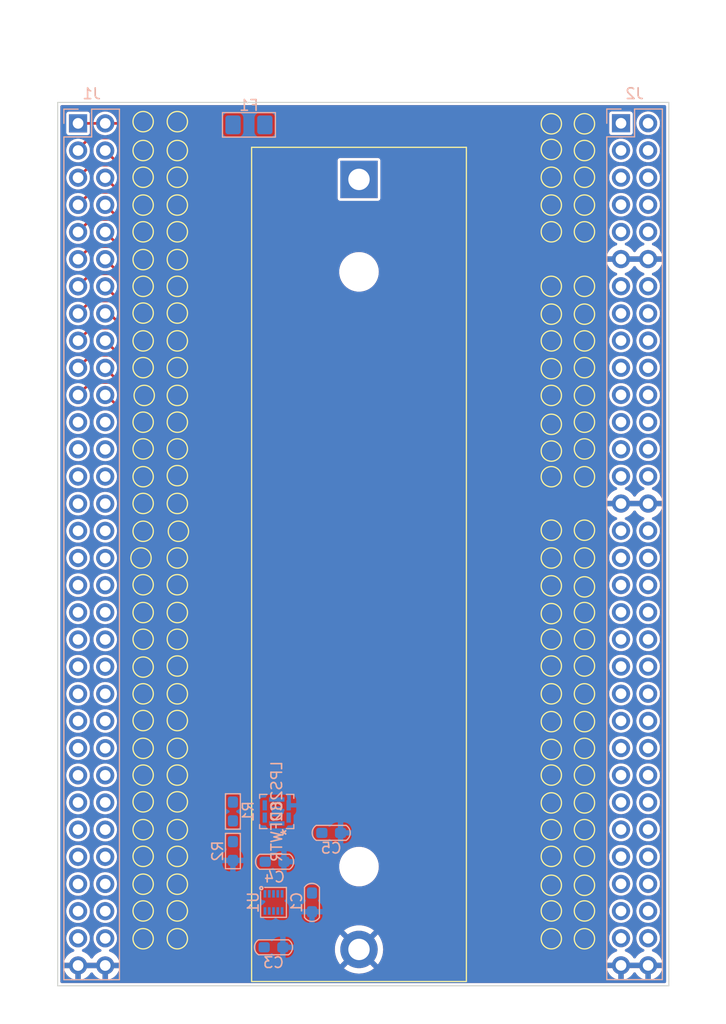
<source format=kicad_pcb>
(kicad_pcb (version 20211014) (generator pcbnew)
  (layers (0 "F.Cu" signal) (31 "B.Cu" signal) (34 "B.Paste" user) (35 "F.Paste" user) (36 "B.SilkS" user "B.Silkscreen") (37 "F.SilkS" user "F.Silkscreen") (38 "B.Mask" user) (39 "F.Mask" user) (44 "Edge.Cuts" user))
  (net 0 "")
  (net 1 "Net-(C1-Pad1)")
  (net 2 "GND")
  (net 3 "Net-(BT1-Pad1)")
  (net 4 "/GPIO_PE6")
  (net 5 "/GPIO_PC13")
  (net 6 "/GPIO_PE4")
  (net 7 "/GPIO_PE5")
  (net 8 "/GPIO_PE2")
  (net 9 "/GPIO_PE3")
  (net 10 "+3V0")
  (net 11 "/GPIO_PB7")
  (net 12 "/GPIO_PB4")
  (net 13 "/GPIO_PG9")
  (net 14 "/GPIO_PD7")
  (net 15 "/GPIO_PD5")
  (net 16 "/GPIO_PD4")
  (net 17 "/GPIO_PD2")
  (net 18 "/GPIO_PC12")
  (net 19 "/GPIO_PC11")
  (net 20 "/SDA")
  (net 21 "/SCL")
  (net 22 "/GPIO_PC8")
  (net 23 "VDD")
  (net 24 "+5V")
  (net 25 "/I2C_EXT_RST")
  (net 26 "/GPIO_PF6")
  (net 27 "/GPIO_PA5")
  (net 28 "/GPIO_PG3")
  (net 29 "/GPIO_PG2")
  (net 30 "Net-(C2-Pad2)")
  (net 35 "/INT_DRDY")
  (net 36 "Net-(J1-Pad3)")
  (net 37 "Net-(J1-Pad4)")
  (net 38 "Net-(J1-Pad5)")
  (net 39 "Net-(J1-Pad6)")
  (net 40 "Net-(J1-Pad7)")
  (net 41 "Net-(J1-Pad8)")
  (net 42 "Net-(J1-Pad9)")
  (net 43 "Net-(J1-Pad10)")
  (net 44 "Net-(J1-Pad17)")
  (net 45 "Net-(J1-Pad18)")
  (net 46 "Net-(J1-Pad19)")
  (net 47 "Net-(J1-Pad20)")
  (net 48 "Net-(J1-Pad21)")
  (net 49 "Net-(J1-Pad23)")
  (net 50 "Net-(J1-Pad26)")
  (net 51 "Net-(J1-Pad27)")
  (net 52 "Net-(J1-Pad28)")
  (net 53 "Net-(J1-Pad29)")
  (net 54 "Net-(J1-Pad31)")
  (net 55 "Net-(J1-Pad32)")
  (net 56 "Net-(J1-Pad34)")
  (net 57 "Net-(J1-Pad36)")
  (net 58 "Net-(J1-Pad39)")
  (net 59 "Net-(J1-Pad41)")
  (net 60 "Net-(J1-Pad42)")
  (net 61 "Net-(J1-Pad45)")
  (net 62 "Net-(J1-Pad46)")
  (net 63 "Net-(J1-Pad47)")
  (net 64 "Net-(J1-Pad48)")
  (net 65 "Net-(J1-Pad49)")
  (net 66 "Net-(J1-Pad50)")
  (net 67 "Net-(J1-Pad51)")
  (net 68 "Net-(J1-Pad52)")
  (net 69 "Net-(J1-Pad56)")
  (net 70 "Net-(J1-Pad57)")
  (net 71 "Net-(J1-Pad58)")
  (net 72 "Net-(J1-Pad59)")
  (net 73 "Net-(J1-Pad60)")
  (net 74 "Net-(J1-Pad61)")
  (net 75 "Net-(J1-Pad62)")
  (net 76 "Net-(J2-Pad4)")
  (net 77 "Net-(J2-Pad5)")
  (net 78 "Net-(J2-Pad6)")
  (net 79 "Net-(J2-Pad7)")
  (net 80 "Net-(J2-Pad8)")
  (net 81 "Net-(J2-Pad9)")
  (net 82 "Net-(J2-Pad10)")
  (net 83 "Net-(J2-Pad13)")
  (net 84 "Net-(J2-Pad14)")
  (net 85 "Net-(J2-Pad15)")
  (net 86 "Net-(J2-Pad16)")
  (net 87 "Net-(J2-Pad17)")
  (net 88 "Net-(J2-Pad18)")
  (net 89 "Net-(J2-Pad19)")
  (net 90 "Net-(J2-Pad20)")
  (net 91 "Net-(J2-Pad22)")
  (net 92 "Net-(J2-Pad24)")
  (net 93 "Net-(J2-Pad25)")
  (net 94 "Net-(J2-Pad26)")
  (net 95 "Net-(J2-Pad27)")
  (net 96 "Net-(J2-Pad28)")
  (net 97 "Net-(J2-Pad31)")
  (net 98 "Net-(J2-Pad32)")
  (net 99 "Net-(J2-Pad33)")
  (net 100 "Net-(J2-Pad34)")
  (net 101 "Net-(J2-Pad35)")
  (net 102 "Net-(J2-Pad36)")
  (net 103 "Net-(J2-Pad37)")
  (net 104 "Net-(J2-Pad38)")
  (net 105 "Net-(J2-Pad39)")
  (net 106 "Net-(J2-Pad40)")
  (net 107 "Net-(J2-Pad41)")
  (net 108 "Net-(J2-Pad42)")
  (net 109 "Net-(J2-Pad43)")
  (net 110 "Net-(J2-Pad44)")
  (net 111 "Net-(J2-Pad45)")
  (net 112 "Net-(J2-Pad46)")
  (net 113 "Net-(J2-Pad47)")
  (net 114 "Net-(J2-Pad48)")
  (net 115 "Net-(J2-Pad49)")
  (net 116 "Net-(J2-Pad50)")
  (net 117 "Net-(J2-Pad51)")
  (net 118 "Net-(J2-Pad52)")
  (net 119 "Net-(J2-Pad53)")
  (net 120 "Net-(J2-Pad54)")
  (net 121 "Net-(J2-Pad55)")
  (net 122 "Net-(J2-Pad56)")
  (net 123 "Net-(J2-Pad57)")
  (net 124 "Net-(J2-Pad58)")
  (net 125 "Net-(J2-Pad59)")
  (net 126 "Net-(J2-Pad60)")
  (net 127 "Net-(J1-Pad30)")
  (footprint "TestPoint:TestPoint_Pad_D1.5mm" (layer "F.Cu") (at 113.4 83.4 90)
    (fp_text reference "TP41" hide)
    (fp_text value "TestPoint" hide)
  )
  (footprint "TestPoint:TestPoint_Pad_D1.5mm" (layer "F.Cu") (at 151.5 111.3 90)
    (fp_text reference "TP108" hide)
    (fp_text value "TestPoint" hide)
  )
  (footprint "TestPoint:TestPoint_Pad_D1.5mm" (layer "F.Cu") (at 110.2 119 90)
    (fp_text reference "TP24" hide)
    (fp_text value "TestPoint" hide)
  )
  (footprint "TestPoint:TestPoint_Pad_D1.5mm" (layer "F.Cu") (at 113.4 121.5 90)
    (fp_text reference "TP25" hide)
    (fp_text value "TestPoint" hide)
  )
  (footprint "TestPoint:TestPoint_Pad_D1.5mm" (layer "F.Cu") (at 110.2 75.8 90)
    (fp_text reference "TP7" hide)
    (fp_text value "TestPoint" hide)
  )
  (footprint "TestPoint:TestPoint_Pad_D1.5mm" (layer "F.Cu") (at 148.4 134.2 90)
    (fp_text reference "TP88" hide)
    (fp_text value "TestPoint" hide)
  )
  (footprint "TestPoint:TestPoint_Pad_D1.5mm" (layer "F.Cu") (at 110.2 98.7 90)
    (fp_text reference "TP45" hide)
    (fp_text value "TestPoint" hide)
  )
  (footprint "TestPoint:TestPoint_Pad_D1.5mm" (layer "F.Cu") (at 113.4 91 90)
    (fp_text reference "TP43" hide)
    (fp_text value "TestPoint" hide)
  )
  (footprint "TestPoint:TestPoint_Pad_D1.5mm" (layer "F.Cu") (at 110.2 63.1)
    (fp_text reference "TP2" hide)
    (fp_text value "TestPoint" hide)
  )
  (footprint "TestPoint:TestPoint_Pad_D1.5mm" (layer "F.Cu") (at 148.4 106.4 90)
    (fp_text reference "TP77" hide)
    (fp_text value "TestPoint" hide)
  )
  (footprint "TestPoint:TestPoint_Pad_D1.5mm" (layer "F.Cu") (at 113.4 60.4)
    (fp_text reference "TP32" hide)
    (fp_text value "TestPoint" hide)
  )
  (footprint "TestPoint:TestPoint_Pad_D1.5mm" (layer "F.Cu") (at 113.4 106.3 90)
    (fp_text reference "TP48" hide)
    (fp_text value "TestPoint" hide)
  )
  (footprint "TestPoint:TestPoint_Pad_D1.5mm" (layer "F.Cu") (at 110.2 108.8 90)
    (fp_text reference "TP20" hide)
    (fp_text value "TestPoint" hide)
  )
  (footprint "TestPoint:TestPoint_Pad_D1.5mm" (layer "F.Cu") (at 110.2 83.4 90)
    (fp_text reference "TP10" hide)
    (fp_text value "TestPoint" hide)
  )
  (footprint "TestPoint:TestPoint_Pad_D1.5mm" (layer "F.Cu") (at 110.2 113.9 90)
    (fp_text reference "TP22" hide)
    (fp_text value "TestPoint" hide)
  )
  (footprint "TestPoint:TestPoint_Pad_D1.5mm" (layer "F.Cu") (at 110.2 131.7 90)
    (fp_text reference "TP29" hide)
    (fp_text value "TestPoint" hide)
  )
  (footprint "TestPoint:TestPoint_Pad_D1.5mm" (layer "F.Cu") (at 110.2 96.1 90)
    (fp_text reference "TP15" hide)
    (fp_text value "TestPoint" hide)
  )
  (footprint "TestPoint:TestPoint_Pad_D1.5mm" (layer "F.Cu") (at 148.4 98.6 90)
    (fp_text reference "TP74" hide)
    (fp_text value "TestPoint" hide)
  )
  (footprint "TestPoint:TestPoint_Pad_D1.5mm" (layer "F.Cu") (at 113.4 129.1 90)
    (fp_text reference "TP57" hide)
    (fp_text value "TestPoint" hide)
  )
  (footprint "TestPoint:TestPoint_Pad_D1.5mm" (layer "F.Cu") (at 110.2 93.6 90)
    (fp_text reference "TP14" hide)
    (fp_text value "TestPoint" hide)
  )
  (footprint "TestPoint:TestPoint_Pad_D1.5mm" (layer "F.Cu") (at 148.4 93.6 90)
    (fp_text reference "TP73" hide)
    (fp_text value "TestPoint" hide)
  )
  (footprint "TestPoint:TestPoint_Pad_D1.5mm" (layer "F.Cu") (at 113.4 103.7 90)
    (fp_text reference "TP18" hide)
    (fp_text value "TestPoint" hide)
  )
  (footprint "TestPoint:TestPoint_Pad_D1.5mm" (layer "F.Cu") (at 110.2 65.6)
    (fp_text reference "TP3" hide)
    (fp_text value "TestPoint" hide)
  )
  (footprint "TestPoint:TestPoint_Pad_D1.5mm" (layer "F.Cu") (at 148.4 86 90)
    (fp_text reference "TP70" hide)
    (fp_text value "TestPoint" hide)
  )
  (footprint "TestPoint:TestPoint_Pad_D1.5mm" (layer "F.Cu") (at 110.2 88.5 90)
    (fp_text reference "TP12" hide)
    (fp_text value "TestPoint" hide)
  )
  (footprint "TestPoint:TestPoint_Pad_D1.5mm" (layer "F.Cu") (at 151.5 126.6)
    (fp_text reference "TP114" hide)
    (fp_text value "TestPoint" hide)
  )
  (footprint "TestPoint:TestPoint_Pad_D1.5mm" (layer "F.Cu") (at 110.2 116.4)
    (fp_text reference "TP23" hide)
    (fp_text value "TestPoint" hide)
  )
  (footprint "TestPoint:TestPoint_Pad_D1.5mm" (layer "F.Cu") (at 113.4 116.4 90)
    (fp_text reference "TP52" hide)
    (fp_text value "TestPoint" hide)
  )
  (footprint "TestPoint:TestPoint_Pad_D1.5mm" (layer "F.Cu") (at 113.4 68.2 90)
    (fp_text reference "TP35" hide)
    (fp_text value "TestPoint" hide)
  )
  (footprint "TestPoint:TestPoint_Pad_D1.5mm" (layer "F.Cu") (at 148.4 88.7 90)
    (fp_text reference "TP71" hide)
    (fp_text value "TestPoint" hide)
  )
  (footprint "TestPoint:TestPoint_Pad_D1.5mm" (layer "F.Cu") (at 151.5 124.1 90)
    (fp_text reference "TP113" hide)
    (fp_text value "TestPoint" hide)
  )
  (footprint "TestPoint:TestPoint_Pad_D1.5mm" (layer "F.Cu") (at 148.4 126.6 90)
    (fp_text reference "TP85" hide)
    (fp_text value "TestPoint" hide)
  )
  (footprint "TestPoint:TestPoint_Pad_D1.5mm" (layer "F.Cu") (at 110.2 111.4 90)
    (fp_text reference "TP21" hide)
    (fp_text value "TestPoint" hide)
  )
  (footprint "TestPoint:TestPoint_Pad_D1.5mm" (layer "F.Cu") (at 113.4 63.1 90)
    (fp_text reference "TP33" hide)
    (fp_text value "TestPoint" hide)
  )
  (footprint "TestPoint:TestPoint_Pad_D1.5mm" (layer "F.Cu") (at 113.4 119)
    (fp_text reference "TP53" hide)
    (fp_text value "TestPoint" hide)
  )
  (footprint "TestPoint:TestPoint_Pad_D1.5mm" (layer "F.Cu") (at 110.2 136.8 90)
    (fp_text reference "TP31" hide)
    (fp_text value "TestPoint" hide)
  )
  (footprint "TestPoint:TestPoint_Pad_D1.5mm" (layer "F.Cu") (at 151.5 113.9)
    (fp_text reference "TP109" hide)
    (fp_text value "TestPoint" hide)
  )
  (footprint "TestPoint:TestPoint_Pad_D1.5mm" (layer "F.Cu") (at 151.5 86 90)
    (fp_text reference "TP99" hide)
    (fp_text value "TestPoint" hide)
  )
  (footprint "TestPoint:TestPoint_Pad_D1.5mm" (layer "F.Cu") (at 110.2 103.7 90)
    (fp_text reference "TP47" hide)
    (fp_text value "TestPoint" hide)
  )
  (footprint "TestPoint:TestPoint_Pad_D1.5mm" (layer "F.Cu") (at 151.5 83.4 90)
    (fp_text reference "TP98" hide)
    (fp_text value "TestPoint" hide)
  )
  (footprint "TestPoint:TestPoint_Pad_D1.5mm" (layer "F.Cu") (at 113.4 134.2 90)
    (fp_text reference "TP59" hide)
    (fp_text value "TestPoint" hide)
  )
  (footprint "TestPoint:TestPoint_Pad_D1.5mm" (layer "F.Cu") (at 151.5 108.8)
    (fp_text reference "TP107" hide)
    (fp_text value "TestPoint" hide)
  )
  (footprint "TestPoint:TestPoint_Pad_D1.5mm" (layer "F.Cu") (at 148.4 91.2 90)
    (fp_text reference "TP72" hide)
    (fp_text value "TestPoint" hide)
  )
  (footprint "TestPoint:TestPoint_Pad_D1.5mm" (layer "F.Cu") (at 113.4 65.6)
    (fp_text reference "TP34" hide)
    (fp_text value "TestPoint" hide)
  )
  (footprint "TestPoint:TestPoint_Pad_D1.5mm" (layer "F.Cu") (at 148.4 70.7 90)
    (fp_text reference "TP65" hide)
    (fp_text value "TestPoint" hide)
  )
  (footprint "TestPoint:TestPoint_Pad_D1.5mm" (layer "F.Cu") (at 110.2 78.3)
    (fp_text reference "TP8" hide)
    (fp_text value "TestPoint" hide)
  )
  (footprint "TestPoint:TestPoint_Pad_D1.5mm" (layer "F.Cu") (at 151.5 70.7 90)
    (fp_text reference "TP94" hide)
    (fp_text value "TestPoint" hide)
  )
  (footprint "TestPoint:TestPoint_Pad_D1.5mm" (layer "F.Cu") (at 148.4 108.8 90)
    (fp_text reference "TP78" hide)
    (fp_text value "TestPoint" hide)
  )
  (footprint "TestPoint:TestPoint_Pad_D1.5mm" (layer "F.Cu") (at 148.4 113.9)
    (fp_text reference "TP80" hide)
    (fp_text value "TestPoint" hide)
  )
  (footprint "TestPoint:TestPoint_Pad_D1.5mm" (layer "F.Cu") (at 148.4 80.9 90)
    (fp_text reference "TP68" hide)
    (fp_text value "TestPoint" hide)
  )
  (footprint "TestPoint:TestPoint_Pad_D1.5mm" (layer "F.Cu") (at 110.2 106.3)
    (fp_text reference "TP19" hide)
    (fp_text value "TestPoint" hide)
  )
  (footprint "TestPoint:TestPoint_Pad_D1.5mm" (layer "F.Cu") (at 148.4 101.2)
    (fp_text reference "TP75" hide)
    (fp_text value "TestPoint" hide)
  )
  (footprint "TestPoint:TestPoint_Pad_D1.5mm" (layer "F.Cu") (at 113.4 96.1)
    (fp_text reference "TP119" hide)
    (fp_text value "TestPoint" hide)
  )
  (footprint "TestPoint:TestPoint_Pad_D1.5mm" (layer "F.Cu") (at 113.4 75.8 90)
    (fp_text reference "TP38" hide)
    (fp_text value "TestPoint" hide)
  )
  (footprint "TestPoint:TestPoint_Pad_D1.5mm" (layer "F.Cu") (at 151.5 103.9 90)
    (fp_text reference "TP105" hide)
    (fp_text value "TestPoint" hide)
  )
  (footprint "TestPoint:TestPoint_Pad_D1.5mm" (layer "F.Cu") (at 148.4 78.4 90)
    (fp_text reference "TP67" hide)
    (fp_text value "TestPoint" hide)
  )
  (footprint "TestPoint:TestPoint_Pad_D1.5mm" (layer "F.Cu") (at 148.4 63 90)
    (fp_text reference "TP62" hide)
    (fp_text value "TestPoint" hide)
  )
  (footprint "TestPoint:TestPoint_Pad_D1.5mm" (layer "F.Cu") (at 148.4 75.8 90)
    (fp_text reference "TP66" hide)
    (fp_text value "TestPoint" hide)
  )
  (footprint "TestPoint:TestPoint_Pad_D1.5mm" (layer "F.Cu") (at 148.4 111.3 90)
    (fp_text reference "TP79" hide)
    (fp_text value "TestPoint" hide)
  )
  (footprint "TestPoint:TestPoint_Pad_D1.5mm" (layer "F.Cu") (at 148.4 129.1)
    (fp_text reference "TP86" hide)
    (fp_text value "TestPoint" hide)
  )
  (footprint "TestPoint:TestPoint_Pad_D1.5mm" (layer "F.Cu") (at 151.5 63.1 90)
    (fp_text reference "TP91" hide)
    (fp_text value "TestPoint" hide)
  )
  (footprint "TestPoint:TestPoint_Pad_D1.5mm" (layer "F.Cu") (at 113.4 126.6 90)
    (fp_text reference "TP56" hide)
    (fp_text value "TestPoint" hide)
  )
  (footprint "TestPoint:TestPoint_Pad_D1.5mm" (layer "F.Cu") (at 113.4 88.5 90)
    (fp_text reference "TP42" hide)
    (fp_text value "TestPoint" hide)
  )
  (footprint "TestPoint:TestPoint_Pad_D1.5mm" (layer "F.Cu") (at 113.4 78.3)
    (fp_text reference "TP39" hide)
    (fp_text value "TestPoint" hide)
  )
  (footprint "TestPoint:TestPoint_Pad_D1.5mm" (layer "F.Cu") (at 148.4 124.1 90)
    (fp_text reference "TP84" hide)
    (fp_text value "TestPoint" hide)
  )
  (footprint "TestPoint:TestPoint_Pad_D1.5mm" (layer "F.Cu") (at 148.4 65.6 90)
    (fp_text reference "TP63" hide)
    (fp_text value "TestPoint" hide)
  )
  (footprint "TestPoint:TestPoint_Pad_D1.5mm" (layer "F.Cu") (at 151.5 80.9 90)
    (fp_text reference "TP97" hide)
    (fp_text value "TestPoint" hide)
  )
  (footprint "TestPoint:TestPoint_Pad_D1.5mm" (layer "F.Cu") (at 148.4 116.5 90)
    (fp_text reference "TP81" hide)
    (fp_text value "TestPoint" hide)
  )
  (footprint "TestPoint:TestPoint_Pad_D1.5mm" (layer "F.Cu") (at 151.5 106.3)
    (fp_text reference "TP106" hide)
    (fp_text value "TestPoint" hide)
  )
  (footprint "TestPoint:TestPoint_Pad_D1.5mm" (layer "F.Cu") (at 110.2 121.5)
    (fp_text reference "TP54" hide)
    (fp_text value "TestPoint" hide)
  )
  (footprint "TestPoint:TestPoint_Pad_D1.5mm" (layer "F.Cu") (at 110.2 68.2)
    (fp_text reference "TP4" hide)
    (fp_text value "TestPoint" hide)
  )
  (footprint "TestPoint:TestPoint_Pad_D1.5mm" (layer "F.Cu") (at 151.5 75.8 90)
    (fp_text reference "TP95" hide)
    (fp_text value "TestPoint" hide)
  )
  (footprint "TestPoint:TestPoint_Pad_D1.5mm" (layer "F.Cu") (at 113.4 136.8)
    (fp_text reference "TP60" hide)
    (fp_text value "TestPoint" hide)
  )
  (footprint "TestPoint:TestPoint_Pad_D1.5mm" (layer "F.Cu") (at 148.4 68.2 90)
    (fp_text reference "TP64" hide)
    (fp_text value "TestPoint" hide)
  )
  (footprint "TestPoint:TestPoint_Pad_D1.5mm" (layer "F.Cu") (at 148.4 60.6)
    (fp_text reference "TP90" hide)
    (fp_text value "TestPoint" hide)
  )
  (footprint "TestPoint:TestPoint_Pad_D1.5mm" (layer "F.Cu") (at 110.2 70.7)
    (fp_text reference "TP5" hide)
    (fp_text value "TestPoint" hide)
  )
  (footprint "TestPoint:TestPoint_Pad_D1.5mm" (layer "F.Cu") (at 113.4 111.3 90)
    (fp_text reference "TP50" hide)
    (fp_text value "TestPoint" hide)
  )
  (footprint "TestPoint:TestPoint_Pad_D1.5mm" (layer "F.Cu") (at 110.2 126.6 90)
    (fp_text reference "TP27" hide)
    (fp_text value "TestPoint" hide)
  )
  (footprint "TestPoint:TestPoint_Pad_D1.5mm" (layer "F.Cu") (at 110 101.2)
    (fp_text reference "TP17" hide)
    (fp_text value "TestPoint" hide)
  )
  (footprint "TestPoint:TestPoint_Pad_D1.5mm" (layer "F.Cu") (at 148.4 121.5 90)
    (fp_text reference "TP83" hide)
    (fp_text value "TestPoint" hide)
  )
  (footprint "TestPoint:TestPoint_Pad_D1.5mm" (layer "F.Cu") (at 151.5 78.4 90)
    (fp_text reference "TP96" hide)
    (fp_text value "TestPoint" hide)
  )
  (footprint "TestPoint:TestPoint_Pad_D1.5mm" (layer "F.Cu") (at 113.4 93.5)
    (fp_text reference "TP44" hide)
    (fp_text value "TestPoint" hide)
  )
  (footprint "TestPoint:TestPoint_Pad_D1.5mm" (layer "F.Cu") (at 113.4 80.9 90)
    (fp_text reference "TP40" hide)
    (fp_text value "TestPoint" hide)
  )
  (footprint "TestPoint:TestPoint_Pad_D1.5mm" (layer "F.Cu") (at 151.5 119 90)
    (fp_text reference "TP111" hide)
    (fp_text value "TestPoint" hide)
  )
  (footprint "TestPoint:TestPoint_Pad_D1.5mm" (layer "F.Cu") (at 151.5 93.6 90)
    (fp_text reference "TP102" hide)
    (fp_text value "TestPoint" hide)
  )
  (footprint "TestPoint:TestPoint_Pad_D1.5mm" (layer "F.Cu") (at 148.4 131.8 90)
    (fp_text reference "TP87" hide)
    (fp_text value "TestPoint" hide)
  )
  (footprint "TestPoint:TestPoint_Pad_D1.5mm" (layer "F.Cu") (at 151.5 121.5 90)
    (fp_text reference "TP112" hide)
    (fp_text value "TestPoint" hide)
  )
  (footprint "TestPoint:TestPoint_Pad_D1.5mm" (layer "F.Cu") (at 113.5 98.7 90)
    (fp_text reference "TP16" hide)
    (fp_text value "TestPoint" hide)
  )
  (footprint "TestPoint:TestPoint_Pad_D1.5mm" (layer "F.Cu") (at 110.3 86 90)
    (fp_text reference "TP11" hide)
    (fp_text value "TestPoint" hide)
  )
  (footprint "TestPoint:TestPoint_Pad_D1.5mm" (layer "F.Cu") (at 151.5 98.6 90)
    (fp_text reference "TP103" hide)
    (fp_text value "TestPoint" hide)
  )
  (footprint "TestPoint:TestPoint_Pad_D1.5mm" (layer "F.Cu") (at 151.5 116.5 90)
    (fp_text reference "TP110" hide)
    (fp_text value "TestPoint" hide)
  )
  (footprint "TestPoint:TestPoint_Pad_D1.5mm" (layer "F.Cu") (at 151.5 88.5 90)
    (fp_text reference "TP100" hide)
    (fp_text value "TestPoint" hide)
  )
  (footprint "TestPoint:TestPoint_Pad_D1.5mm" (layer "F.Cu") (at 113.4 70.7 90)
    (fp_text reference "TP36" hide)
    (fp_text value "TestPoint" hide)
  )
  (footprint "TestPoint:TestPoint_Pad_D1.5mm" (layer "F.Cu") (at 110.2 134.2 90)
    (fp_text reference "TP30" hide)
    (fp_text value "TestPoint" hide)
  )
  (footprint "TestPoint:TestPoint_Pad_D1.5mm" (layer "F.Cu") (at 151.5 134.2 90)
    (fp_text reference "TP117" hide)
    (fp_text value "TestPoint" hide)
  )
  (footprint "TestPoint:TestPoint_Pad_D1.5mm" (layer "F.Cu") (at 151.5 68.2)
    (fp_text reference "TP93" hide)
    (fp_text value "TestPoint" hide)
  )
  (footprint "TestPoint:TestPoint_Pad_D1.5mm" (layer "F.Cu") (at 113.4 131.7 90)
    (fp_text reference "TP58" hide)
    (fp_text value "TestPoint" hide)
  )
  (footprint "TestPoint:TestPoint_Pad_D1.5mm" (layer "F.Cu") (at 148.4 103.8 90)
    (fp_text reference "TP76" hide)
    (fp_text value "TestPoint" hide)
  )
  (footprint "TestPoint:TestPoint_Pad_D1.5mm" (layer "F.Cu") (at 113.4 86)
    (fp_text reference "TP120" hide)
    (fp_text value "TestPoint" hide)
  )
  (footprint "TestPoint:TestPoint_Pad_D1.5mm" (layer "F.Cu") (at 151.5 129.1)
    (fp_text reference "TP115" hide)
    (fp_text value "TestPoint" hide)
  )
  (footprint "TestPoint:TestPoint_Pad_D1.5mm" (layer "F.Cu") (at 113.4 101.2 90)
    (fp_text reference "TP46" hide)
    (fp_text value "TestPoint" hide)
  )
  (footprint "TestPoint:TestPoint_Pad_D1.5mm" (layer "F.Cu") (at 110.2 124 90)
    (fp_text reference "TP26" hide)
    (fp_text value "TestPoint" hide)
  )
  (footprint "TestPoint:TestPoint_Pad_D1.5mm" (layer "F.Cu") (at 151.5 60.6)
    (fp_text reference "TP61" hide)
    (fp_text value "TestPoint" hide)
  )
  (footprint "TestPoint:TestPoint_Pad_D1.5mm" (layer "F.Cu") (at 148.4 136.8 90)
    (fp_text reference "TP89" hide)
    (fp_text value "TestPoint" hide)
  )
  (footprint "TestPoint:TestPoint_Pad_D1.5mm" (layer "F.Cu") (at 113.4 73.3 90)
    (fp_text reference "TP37" hide)
    (fp_text value "TestPoint" hide)
  )
  (footprint "TestPoint:TestPoint_Pad_D1.5mm" (layer "F.Cu") (at 148.4 83.5)
    (fp_text reference "TP69" hide)
    (fp_text value "TestPoint" hide)
  )
  (footprint "TestPoint:TestPoint_Pad_D1.5mm" (layer "F.Cu") (at 113.4 108.8 90)
    (fp_text reference "TP49" hide)
    (fp_text value "TestPoint" hide)
  )
  (footprint "TestPoint:TestPoint_Pad_D1.5mm" (layer "F.Cu") (at 113.4 113.9 90)
    (fp_text reference "TP51" hide)
    (fp_text value "TestPoint" hide)
  )
  (footprint "TestPoint:TestPoint_Pad_D1.5mm" (layer "F.Cu") (at 110.2 60.4)
    (fp_text reference "TP1" hide)
    (fp_text value "TestPoint" hide)
  )
  (footprint "TestPoint:TestPoint_Pad_D1.5mm" (layer "F.Cu") (at 151.5 91 90)
    (fp_text reference "TP101" hide)
    (fp_text value "TestPoint" hide)
  )
  (footprint "TestPoint:TestPoint_Pad_D1.5mm" (layer "F.Cu") (at 110.2 80.9)
    (fp_text reference "TP9" hide)
    (fp_text value "TestPoint" hide)
  )
  (footprint "TestPoint:TestPoint_Pad_D1.5mm" (layer "F.Cu") (at 110.2 129.1 90)
    (fp_text reference "TP28" hide)
    (fp_text value "TestPoint" hide)
  )
  (footprint "TestPoint:TestPoint_Pad_D1.5mm" (layer "F.Cu") (at 151.5 131.8 90)
    (fp_text reference "TP116" hide)
    (fp_text value "TestPoint" hide)
  )
  (footprint "TestPoint:TestPoint_Pad_D1.5mm" (layer "F.Cu") (at 151.5 101.2 90)
    (fp_text reference "TP104" hide)
    (fp_text value "TestPoint" hide)
  )
  (footprint "TestPoint:TestPoint_Pad_D1.5mm" (layer "F.Cu") (at 113.4 124 90)
    (fp_text reference "TP55" hide)
    (fp_text value "TestPoint" hide)
  )
  (footprint "TestPoint:TestPoint_Pad_D1.5mm" (layer "F.Cu") (at 151.5 65.6 90)
    (fp_text reference "TP92" hide)
    (fp_text value "TestPoint" hide)
  )
  (footprint "Battery:BatteryHolder_MPD_BH-18650-PC2" (layer "F.Cu") (at 130.4 65.8 -90)
    (fp_text reference "BT1" hide)
    (fp_text value "Battery_Cell" hide)
  )
  (footprint "TestPoint:TestPoint_Pad_D1.5mm" (layer "F.Cu") (at 148.4 119.1 90)
    (fp_text reference "TP82" hide)
    (fp_text value "TestPoint" hide)
  )
  (footprint "TestPoint:TestPoint_Pad_D1.5mm" (layer "F.Cu") (at 110.2 73.3 90)
    (fp_text reference "TP6" hide)
    (fp_text value "TestPoint" hide)
  )
  (footprint "TestPoint:TestPoint_Pad_D1.5mm" (layer "F.Cu") (at 151.5 136.8 90)
    (fp_text reference "TP118" hide)
    (fp_text value "TestPoint" hide)
  )
  (footprint "TestPoint:TestPoint_Pad_D1.5mm" (layer "F.Cu") (at 110.2 91)
    (fp_text reference "TP13" hide)
    (fp_text value "TestPoint" hide)
  )
  (footprint "local:LPS28DFWTR" (layer "B.Cu") (at 122.7 124.9 90)
    (fp_text reference "C2")
    (fp_text value "LPS28DFWTR")
  )
  (footprint "Connector_PinSocket_2.54mm:PinSocket_2x32_P2.54mm_Vertical" (layer "B.Cu") (at 104.11 60.56 180)
    (fp_text reference "J1")
    (fp_text value "Conn_02x32_Odd_Even")
  )
  (footprint "Capacitor_SMD_AKL:C_0603_1608Metric_Pad1.05x0.95mm" (layer "B.Cu") (at 122.4 137.6)
    (fp_text reference "C3")
    (fp_text value "100nF")
  )
  (footprint "Capacitor_SMD_AKL:C_0603_1608Metric_Pad1.05x0.95mm" (layer "B.Cu") (at 126 133.4 -90)
    (fp_text reference "C1")
    (fp_text value "100nF")
  )
  (footprint "Connector_PinSocket_2.54mm:PinSocket_2x32_P2.54mm_Vertical" (layer "B.Cu") (at 154.92 60.55 180)
    (fp_text reference "J2")
    (fp_text value "Conn_02x32_Odd_Even")
  )
  (footprint "Resistor_SMD_AKL:R_0603_1608Metric_Pad1.05x0.95mm" (layer "B.Cu") (at 118.6 124.9 90)
    (fp_text reference "R1")
    (fp_text value "10k")
  )
  (footprint "Capacitor_SMD_AKL:C_0603_1608Metric_Pad1.05x0.95mm" (layer "B.Cu") (at 122.5 129.6)
    (fp_text reference "C4")
    (fp_text value "100nF")
  )
  (footprint "Package_DFN_QFN_AKL:DFN-10_2x2mm_P0.4mm" (layer "B.Cu") (at 122.4 133.4 -90)
    (fp_text reference "U1")
    (fp_text value "MMA8653FCR1")
  )
  (footprint "Capacitor_SMD_AKL:C_0603_1608Metric_Pad1.05x0.95mm" (layer "B.Cu") (at 127.8 126.9)
    (fp_text reference "C5")
    (fp_text value "100nF")
  )
  (footprint "Resistor_SMD_AKL:R_0603_1608Metric_Pad1.05x0.95mm" (layer "B.Cu") (at 118.6 128.6 -90)
    (fp_text reference "R2")
    (fp_text value "10k")
  )
  (footprint "Fuse_AKL:Fuse_1206_3216Metric_Pad1.42x1.75mm_BigPads" (layer "B.Cu") (at 120.1 60.7 180)
    (fp_text reference "F1")
    (fp_text value "FUSE_SMD")
  )
  (gr_line (start 159.4 141.2) (end 159.4 58.6) (layer "Edge.Cuts") (width 0.1))
  (gr_line (start 102.2 58.6) (end 102.2 141.2) (layer "Edge.Cuts") (width 0.1))
  (gr_line (start 102.2 141.2) (end 159.4 141.2) (layer "Edge.Cuts") (width 0.1))
  (gr_line (start 159.4 58.6) (end 102.2 58.6) (layer "Edge.Cuts") (width 0.1))
  (segment (start 108.4 73.3) (end 110.2 73.3) (width 0.25) (layer "F.Cu") (net 4))
  (segment (start 107.185489 72.085489) (end 108.4 73.3) (width 0.25) (layer "F.Cu") (net 4))
  (segment (start 105.284511 72.085489) (end 107.185489 72.085489) (width 0.25) (layer "F.Cu") (net 4))
  (segment (start 104.11 73.26) (end 105.284511 72.085489) (width 0.25) (layer "F.Cu") (net 4))
  (segment (start 106.65 73.26) (end 107.764511 74.374511) (width 0.25) (layer "F.Cu") (net 5))
  (segment (start 107.764511 74.374511) (end 112.325489 74.374511) (width 0.25) (layer "F.Cu") (net 5))
  (segment (start 112.325489 74.374511) (end 113.4 73.3) (width 0.25) (layer "F.Cu") (net 5))
  (segment (start 108.31101 75.8) (end 110.2 75.8) (width 0.25) (layer "F.Cu") (net 6))
  (segment (start 104.11 75.8) (end 105.284511 74.625489) (width 0.25) (layer "F.Cu") (net 6))
  (segment (start 107.136499 74.625489) (end 108.31101 75.8) (width 0.25) (layer "F.Cu") (net 6))
  (segment (start 105.284511 74.625489) (end 107.136499 74.625489) (width 0.25) (layer "F.Cu") (net 6))
  (segment (start 106.65 75.8) (end 107.724511 76.874511) (width 0.25) (layer "F.Cu") (net 7))
  (segment (start 107.724511 76.874511) (end 112.325489 76.874511) (width 0.25) (layer "F.Cu") (net 7))
  (segment (start 112.325489 76.874511) (end 113.4 75.8) (width 0.25) (layer "F.Cu") (net 7))
  (segment (start 107.379771 77.165489) (end 108.514282 78.3) (width 0.25) (layer "F.Cu") (net 8))
  (segment (start 108.514282 78.3) (end 110.2 78.3) (width 0.25) (layer "F.Cu") (net 8))
  (segment (start 104.11 78.34) (end 105.284511 77.165489) (width 0.25) (layer "F.Cu") (net 8))
  (segment (start 105.284511 77.165489) (end 107.379771 77.165489) (width 0.25) (layer "F.Cu") (net 8))
  (segment (start 112.3 79.4) (end 113.4 78.3) (width 0.25) (layer "F.Cu") (net 9))
  (segment (start 108.1 79.4) (end 112.3 79.4) (width 0.25) (layer "F.Cu") (net 9))
  (segment (start 107.04 78.34) (end 108.1 79.4) (width 0.25) (layer "F.Cu") (net 9))
  (segment (start 106.65 78.34) (end 107.04 78.34) (width 0.25) (layer "F.Cu") (net 9))
  (segment (start 107.9 87.1) (end 112.3 87.1) (width 0.25) (layer "F.Cu") (net 23))
  (segment (start 106.76 85.96) (end 107.9 87.1) (width 0.25) (layer "F.Cu") (net 23))
  (segment (start 112.3 87.1) (end 113.4 86) (width 0.25) (layer "F.Cu") (net 23))
  (segment (start 106.65 85.96) (end 106.76 85.96) (width 0.25) (layer "F.Cu") (net 23))
  (segment (start 110.04 60.56) (end 110.2 60.4) (width 0.25) (layer "F.Cu") (net 24))
  (segment (start 106.65 60.56) (end 110.04 60.56) (width 0.25) (layer "F.Cu") (net 24))
  (segment (start 110.2 60.4) (end 113.4 60.4) (width 0.25) (layer "F.Cu") (net 24))
  (segment (start 104.11 60.56) (end 106.65 60.56) (width 0.25) (layer "F.Cu") (net 24))
  (segment (start 105.174511 61.925489) (end 109.025489 61.925489) (width 0.25) (layer "F.Cu") (net 36))
  (segment (start 104.11 63.1) (end 104.11 62.99) (width 0.25) (layer "F.Cu") (net 36))
  (segment (start 109.025489 61.925489) (end 110.2 63.1) (width 0.25) (layer "F.Cu") (net 36))
  (segment (start 104.11 62.99) (end 105.174511 61.925489) (width 0.25) (layer "F.Cu") (net 36))
  (segment (start 112.325489 64.174511) (end 113.4 63.1) (width 0.25) (layer "F.Cu") (net 37))
  (segment (start 106.65 63.1) (end 107.724511 64.174511) (width 0.25) (layer "F.Cu") (net 37))
  (segment (start 107.724511 64.174511) (end 112.325489 64.174511) (width 0.25) (layer "F.Cu") (net 37))
  (segment (start 108.514282 65.6) (end 110.2 65.6) (width 0.25) (layer "F.Cu") (net 38))
  (segment (start 107.379771 64.465489) (end 108.514282 65.6) (width 0.25) (layer "F.Cu") (net 38))
  (segment (start 104.11 65.64) (end 105.284511 64.465489) (width 0.25) (layer "F.Cu") (net 38))
  (segment (start 105.284511 64.465489) (end 107.379771 64.465489) (width 0.25) (layer "F.Cu") (net 38))
  (segment (start 106.65 65.64) (end 107.684511 66.674511) (width 0.25) (layer "F.Cu") (net 39))
  (segment (start 107.684511 66.674511) (end 112.325489 66.674511) (width 0.25) (layer "F.Cu") (net 39))
  (segment (start 112.325489 66.674511) (end 113.4 65.6) (width 0.25) (layer "F.Cu") (net 39))
  (segment (start 108.4 68.2) (end 110.2 68.2) (width 0.25) (layer "F.Cu") (net 40))
  (segment (start 105.284511 67.005489) (end 107.205489 67.005489) (width 0.25) (layer "F.Cu") (net 40))
  (segment (start 107.205489 67.005489) (end 108.4 68.2) (width 0.25) (layer "F.Cu") (net 40))
  (segment (start 104.11 68.18) (end 105.284511 67.005489) (width 0.25) (layer "F.Cu") (net 40))
  (segment (start 106.65 68.18) (end 107.744511 69.274511) (width 0.25) (layer "F.Cu") (net 41))
  (segment (start 112.325489 69.274511) (end 113.4 68.2) (width 0.25) (layer "F.Cu") (net 41))
  (segment (start 107.744511 69.274511) (end 112.325489 69.274511) (width 0.25) (layer "F.Cu") (net 41))
  (segment (start 108.5 70.7) (end 110.2 70.7) (width 0.25) (layer "F.Cu") (net 42))
  (segment (start 104.11 70.72) (end 105.284511 69.545489) (width 0.25) (layer "F.Cu") (net 42))
  (segment (start 107.345489 69.545489) (end 108.5 70.7) (width 0.25) (layer "F.Cu") (net 42))
  (segment (start 105.284511 69.545489) (end 107.345489 69.545489) (width 0.25) (layer "F.Cu") (net 42))
  (segment (start 107.704511 71.774511) (end 112.325489 71.774511) (width 0.25) (layer "F.Cu") (net 43))
  (segment (start 112.325489 71.774511) (end 113.4 70.7) (width 0.25) (layer "F.Cu") (net 43))
  (segment (start 106.65 70.72) (end 107.704511 71.774511) (width 0.25) (layer "F.Cu") (net 43))
  (segment (start 107.305489 79.705489) (end 108.5 80.9) (width 0.25) (layer "F.Cu") (net 44))
  (segment (start 108.5 80.9) (end 110.2 80.9) (width 0.25) (layer "F.Cu") (net 44))
  (segment (start 105.284511 79.705489) (end 107.305489 79.705489) (width 0.25) (layer "F.Cu") (net 44))
  (segment (start 104.11 80.88) (end 105.284511 79.705489) (width 0.25) (layer "F.Cu") (net 44))
  (segment (start 106.65 80.88) (end 107.744511 81.974511) (width 0.25) (layer "F.Cu") (net 45))
  (segment (start 107.744511 81.974511) (end 112.325489 81.974511) (width 0.25) (layer "F.Cu") (net 45))
  (segment (start 112.325489 81.974511) (end 113.4 80.9) (width 0.25) (layer "F.Cu") (net 45))
  (segment (start 104.11 83.42) (end 105.284511 82.245489) (width 0.25) (layer "F.Cu") (net 46))
  (segment (start 105.284511 82.245489) (end 107.145489 82.245489) (width 0.25) (layer "F.Cu") (net 46))
  (segment (start 108.3 83.4) (end 110.2 83.4) (width 0.25) (layer "F.Cu") (net 46))
  (segment (start 107.145489 82.245489) (end 108.3 83.4) (width 0.25) (layer "F.Cu") (net 46))
  (segment (start 112.3 84.5) (end 113.4 83.4) (width 0.25) (layer "F.Cu") (net 47))
  (segment (start 106.65 83.45) (end 107.7 84.5) (width 0.25) (layer "F.Cu") (net 47))
  (segment (start 106.65 83.42) (end 106.65 83.45) (width 0.25) (layer "F.Cu") (net 47))
  (segment (start 107.7 84.5) (end 112.3 84.5) (width 0.25) (layer "F.Cu") (net 47))
  (segment (start 107.185489 84.785489) (end 108.4 86) (width 0.25) (layer "F.Cu") (net 48))
  (segment (start 105.284511 84.785489) (end 107.185489 84.785489) (width 0.25) (layer "F.Cu") (net 48))
  (segment (start 104.11 85.96) (end 105.284511 84.785489) (width 0.25) (layer "F.Cu") (net 48))
  (segment (start 108.4 86) (end 110.3 86) (width 0.25) (layer "F.Cu") (net 48))
  (zone (net 2) (net_name "GND") (layers F&B.Cu) (connect_pads (clearance 0.254)) (min_thickness 0.254) (fill yes (thermal_gap 0.508) (thermal_bridge_width 0.508))
    (polygon (pts (xy 159.4 141.2) (xy 102.2 141.2) (xy 102.2 58.6) (xy 159.4 58.6)))
  )
)
</source>
